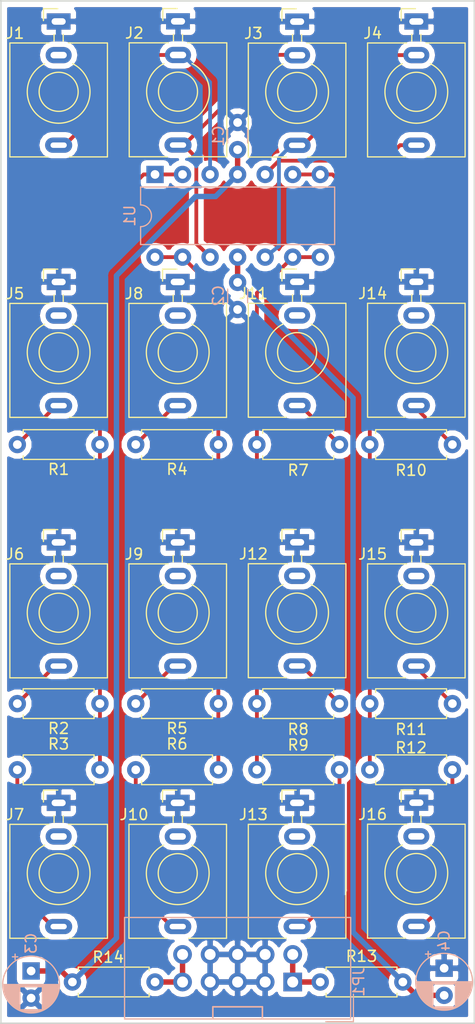
<source format=kicad_pcb>
(kicad_pcb (version 20171130) (host pcbnew "(5.0.2)-1")
  (layers (0 F.Cu signal) (31 B.Cu signal) (34 B.Paste user) (35 F.Paste user) (36 B.SilkS user) (37 F.SilkS user hide) (38 B.Mask user) (39 F.Mask user) (44 Edge.Cuts user))
  (net 0 "")
  (net 1 GND)
  (net 2 "Net-(J1-PadT)")
  (net 3 "Net-(J1-PadTN)")
  (net 4 "Net-(J2-PadT)")
  (net 5 "Net-(J3-PadT)")
  (net 6 "Net-(J4-PadT)")
  (net 7 "Net-(J5-PadTN)")
  (net 8 "Net-(J5-PadT)")
  (net 9 "Net-(J6-PadTN)")
  (net 10 "Net-(J6-PadT)")
  (net 11 "Net-(J7-PadTN)")
  (net 12 "Net-(J7-PadT)")
  (net 13 "Net-(J8-PadT)")
  (net 14 "Net-(J8-PadTN)")
  (net 15 "Net-(J9-PadTN)")
  (net 16 "Net-(J9-PadT)")
  (net 17 "Net-(J10-PadT)")
  (net 18 "Net-(J10-PadTN)")
  (net 19 "Net-(J11-PadTN)")
  (net 20 "Net-(J11-PadT)")
  (net 21 "Net-(J12-PadT)")
  (net 22 "Net-(J12-PadTN)")
  (net 23 "Net-(J13-PadTN)")
  (net 24 "Net-(J13-PadT)")
  (net 25 "Net-(J14-PadT)")
  (net 26 "Net-(J14-PadTN)")
  (net 27 "Net-(J15-PadT)")
  (net 28 "Net-(J15-PadTN)")
  (net 29 "Net-(J16-PadTN)")
  (net 30 "Net-(J16-PadT)")
  (net 31 "Net-(R1-Pad2)")
  (net 32 "Net-(R4-Pad2)")
  (net 33 "Net-(R7-Pad2)")
  (net 34 "Net-(R10-Pad2)")
  (net 35 +12V)
  (net 36 -12V)
  (net 37 "Net-(JP1-Pad1)")
  (net 38 "Net-(JP1-Pad10)")
  (module "Custom Parts:3.5mm_tip_switch_thonkiconn" (layer F.Cu) (at -169.374 -135.278)
    (fp_text reference J1 (at -4.03 1.08 180) (layer F.SilkS))
    (fp_text value IN1)
    (pad TN thru_hole oval (at 0 3.1 180) (size 2.4 1.5) (drill oval 1.5 0.6) (layers *.Cu *.Mask) (net 3 "Net-(J1-PadTN)"))
    (pad S thru_hole rect (at 0 0 180) (size 2.2 1.5) (drill oval 1.3 0.6) (layers *.Cu *.Mask) (net 1 GND))
    (pad T thru_hole oval (at 0 11.4 180) (size 2.5 1.4) (drill oval 1.5 0.5) (layers *.Cu *.Mask) (net 2 "Net-(J1-PadT)"))
  )
  (module Capacitor_THT:C_Disc_D3.0mm_W1.6mm_P2.50mm (layer B.Cu) (at -152.864 -123.467 90)
    (fp_text reference C1 (at 1.25 -1.778 90) (layer B.SilkS) (effects (justify mirror)))
    (fp_text value 0.1uF)
    (pad 1 thru_hole circle (at 0 0 90) (size 1.6 1.6) (drill 0.8) (layers *.Cu *.Mask) (net 35 +12V))
    (pad 2 thru_hole circle (at 2.5 0 90) (size 1.6 1.6) (drill 0.8) (layers *.Cu *.Mask) (net 1 GND))
  )
  (module Capacitor_THT:C_Disc_D3.0mm_W1.6mm_P2.50mm (layer B.Cu) (at -152.864 -108.735 90)
    (fp_text reference C2 (at 1.27 -1.778 90) (layer B.SilkS) (effects (justify mirror)))
    (fp_text value 0.1uF)
    (pad 2 thru_hole circle (at 2.5 0 90) (size 1.6 1.6) (drill 0.8) (layers *.Cu *.Mask) (net 36 -12V))
    (pad 1 thru_hole circle (at 0 0 90) (size 1.6 1.6) (drill 0.8) (layers *.Cu *.Mask) (net 1 GND))
  )
  (module Capacitor_THT:CP_Radial_D5.0mm_P2.50mm (layer B.Cu) (at -171.914 -47.775 270)
    (fp_text reference C3 (at -2.54 0 270) (layer B.SilkS) (effects (justify mirror)))
    (fp_text value 10uF)
    (pad 1 thru_hole rect (at 0 0 270) (size 1.6 1.6) (drill 0.8) (layers *.Cu *.Mask) (net 35 +12V))
    (pad 2 thru_hole circle (at 2.5 0 270) (size 1.6 1.6) (drill 0.8) (layers *.Cu *.Mask) (net 1 GND))
  )
  (module Capacitor_THT:CP_Radial_D5.0mm_P2.50mm (layer B.Cu) (at -133.814 -48.029 270)
    (fp_text reference C4 (at -2.54 0 270) (layer B.SilkS) (effects (justify mirror)))
    (fp_text value 10uF)
    (pad 2 thru_hole circle (at 2.5 0 270) (size 1.6 1.6) (drill 0.8) (layers *.Cu *.Mask) (net 36 -12V))
    (pad 1 thru_hole rect (at 0 0 270) (size 1.6 1.6) (drill 0.8) (layers *.Cu *.Mask) (net 1 GND))
  )
  (module "Custom Parts:3.5mm_tip_switch_thonkiconn" (layer F.Cu) (at -158.3631 -135.2907)
    (fp_text reference J2 (at -4.03 1.08 180) (layer F.SilkS))
    (fp_text value IN2)
    (pad TN thru_hole oval (at 0 3.1 180) (size 2.4 1.5) (drill oval 1.5 0.6) (layers *.Cu *.Mask) (net 2 "Net-(J1-PadT)"))
    (pad S thru_hole rect (at 0 0 180) (size 2.2 1.5) (drill oval 1.3 0.6) (layers *.Cu *.Mask) (net 1 GND))
    (pad T thru_hole oval (at 0 11.4 180) (size 2.5 1.4) (drill oval 1.5 0.5) (layers *.Cu *.Mask) (net 4 "Net-(J2-PadT)"))
  )
  (module "Custom Parts:3.5mm_tip_switch_thonkiconn" (layer F.Cu) (at -147.3776 -135.2653)
    (fp_text reference J3 (at -4.03 1.08 180) (layer F.SilkS))
    (fp_text value IN3)
    (pad TN thru_hole oval (at 0 3.1 180) (size 2.4 1.5) (drill oval 1.5 0.6) (layers *.Cu *.Mask) (net 4 "Net-(J2-PadT)"))
    (pad S thru_hole rect (at 0 0 180) (size 2.2 1.5) (drill oval 1.3 0.6) (layers *.Cu *.Mask) (net 1 GND))
    (pad T thru_hole oval (at 0 11.4 180) (size 2.5 1.4) (drill oval 1.5 0.5) (layers *.Cu *.Mask) (net 5 "Net-(J3-PadT)"))
  )
  (module "Custom Parts:3.5mm_tip_switch_thonkiconn" (layer F.Cu) (at -136.3794 -135.278)
    (fp_text reference J4 (at -4.03 1.08 180) (layer F.SilkS))
    (fp_text value IN4)
    (pad T thru_hole oval (at 0 11.4 180) (size 2.5 1.4) (drill oval 1.5 0.5) (layers *.Cu *.Mask) (net 6 "Net-(J4-PadT)"))
    (pad S thru_hole rect (at 0 0 180) (size 2.2 1.5) (drill oval 1.3 0.6) (layers *.Cu *.Mask) (net 1 GND))
    (pad TN thru_hole oval (at 0 3.1 180) (size 2.4 1.5) (drill oval 1.5 0.6) (layers *.Cu *.Mask) (net 5 "Net-(J3-PadT)"))
  )
  (module "Custom Parts:3.5mm_tip_switch_thonkiconn" (layer F.Cu) (at -169.374 -111.275)
    (fp_text reference J5 (at -4.03 1.08 180) (layer F.SilkS))
    (fp_text value OUT1)
    (pad T thru_hole oval (at 0 11.4 180) (size 2.5 1.4) (drill oval 1.5 0.5) (layers *.Cu *.Mask) (net 8 "Net-(J5-PadT)"))
    (pad S thru_hole rect (at 0 0 180) (size 2.2 1.5) (drill oval 1.3 0.6) (layers *.Cu *.Mask) (net 1 GND))
    (pad TN thru_hole oval (at 0 3.1 180) (size 2.4 1.5) (drill oval 1.5 0.6) (layers *.Cu *.Mask) (net 7 "Net-(J5-PadTN)"))
  )
  (module "Custom Parts:3.5mm_tip_switch_thonkiconn" (layer F.Cu) (at -169.374 -87.272)
    (fp_text reference J6 (at -4.03 1.08 180) (layer F.SilkS))
    (fp_text value OUT2)
    (pad T thru_hole oval (at 0 11.4 180) (size 2.5 1.4) (drill oval 1.5 0.5) (layers *.Cu *.Mask) (net 10 "Net-(J6-PadT)"))
    (pad S thru_hole rect (at 0 0 180) (size 2.2 1.5) (drill oval 1.3 0.6) (layers *.Cu *.Mask) (net 1 GND))
    (pad TN thru_hole oval (at 0 3.1 180) (size 2.4 1.5) (drill oval 1.5 0.6) (layers *.Cu *.Mask) (net 9 "Net-(J6-PadTN)"))
  )
  (module "Custom Parts:3.5mm_tip_switch_thonkiconn" (layer F.Cu) (at -169.374 -63.269)
    (fp_text reference J7 (at -4.03 1.08 180) (layer F.SilkS))
    (fp_text value OUT3)
    (pad T thru_hole oval (at 0 11.4 180) (size 2.5 1.4) (drill oval 1.5 0.5) (layers *.Cu *.Mask) (net 12 "Net-(J7-PadT)"))
    (pad S thru_hole rect (at 0 0 180) (size 2.2 1.5) (drill oval 1.3 0.6) (layers *.Cu *.Mask) (net 1 GND))
    (pad TN thru_hole oval (at 0 3.1 180) (size 2.4 1.5) (drill oval 1.5 0.6) (layers *.Cu *.Mask) (net 11 "Net-(J7-PadTN)"))
  )
  (module "Custom Parts:3.5mm_tip_switch_thonkiconn" (layer F.Cu) (at -158.3885 -111.275)
    (fp_text reference J8 (at -4.03 1.08 180) (layer F.SilkS))
    (fp_text value OUT1)
    (pad TN thru_hole oval (at 0 3.1 180) (size 2.4 1.5) (drill oval 1.5 0.6) (layers *.Cu *.Mask) (net 14 "Net-(J8-PadTN)"))
    (pad S thru_hole rect (at 0 0 180) (size 2.2 1.5) (drill oval 1.3 0.6) (layers *.Cu *.Mask) (net 1 GND))
    (pad T thru_hole oval (at 0 11.4 180) (size 2.5 1.4) (drill oval 1.5 0.5) (layers *.Cu *.Mask) (net 13 "Net-(J8-PadT)"))
  )
  (module "Custom Parts:3.5mm_tip_switch_thonkiconn" (layer F.Cu) (at -158.3885 -87.272)
    (fp_text reference J9 (at -4.03 1.08 180) (layer F.SilkS))
    (fp_text value OUT2)
    (pad T thru_hole oval (at 0 11.4 180) (size 2.5 1.4) (drill oval 1.5 0.5) (layers *.Cu *.Mask) (net 16 "Net-(J9-PadT)"))
    (pad S thru_hole rect (at 0 0 180) (size 2.2 1.5) (drill oval 1.3 0.6) (layers *.Cu *.Mask) (net 1 GND))
    (pad TN thru_hole oval (at 0 3.1 180) (size 2.4 1.5) (drill oval 1.5 0.6) (layers *.Cu *.Mask) (net 15 "Net-(J9-PadTN)"))
  )
  (module "Custom Parts:3.5mm_tip_switch_thonkiconn" (layer F.Cu) (at -158.3885 -63.269)
    (fp_text reference J10 (at -4.03 1.08 180) (layer F.SilkS))
    (fp_text value OUT3)
    (pad TN thru_hole oval (at 0 3.1 180) (size 2.4 1.5) (drill oval 1.5 0.6) (layers *.Cu *.Mask) (net 18 "Net-(J10-PadTN)"))
    (pad S thru_hole rect (at 0 0 180) (size 2.2 1.5) (drill oval 1.3 0.6) (layers *.Cu *.Mask) (net 1 GND))
    (pad T thru_hole oval (at 0 11.4 180) (size 2.5 1.4) (drill oval 1.5 0.5) (layers *.Cu *.Mask) (net 17 "Net-(J10-PadT)"))
  )
  (module "Custom Parts:3.5mm_tip_switch_thonkiconn" (layer F.Cu) (at -147.3776 -111.2877)
    (fp_text reference J11 (at -4.03 1.08 180) (layer F.SilkS))
    (fp_text value OUT1)
    (pad TN thru_hole oval (at 0 3.1 180) (size 2.4 1.5) (drill oval 1.5 0.6) (layers *.Cu *.Mask) (net 19 "Net-(J11-PadTN)"))
    (pad S thru_hole rect (at 0 0 180) (size 2.2 1.5) (drill oval 1.3 0.6) (layers *.Cu *.Mask) (net 1 GND))
    (pad T thru_hole oval (at 0 11.4 180) (size 2.5 1.4) (drill oval 1.5 0.5) (layers *.Cu *.Mask) (net 20 "Net-(J11-PadT)"))
  )
  (module "Custom Parts:3.5mm_tip_switch_thonkiconn" (layer F.Cu) (at -147.3776 -87.2847)
    (fp_text reference J12 (at -4.03 1.08 180) (layer F.SilkS))
    (fp_text value OUT2)
    (pad T thru_hole oval (at 0 11.4 180) (size 2.5 1.4) (drill oval 1.5 0.5) (layers *.Cu *.Mask) (net 21 "Net-(J12-PadT)"))
    (pad S thru_hole rect (at 0 0 180) (size 2.2 1.5) (drill oval 1.3 0.6) (layers *.Cu *.Mask) (net 1 GND))
    (pad TN thru_hole oval (at 0 3.1 180) (size 2.4 1.5) (drill oval 1.5 0.6) (layers *.Cu *.Mask) (net 22 "Net-(J12-PadTN)"))
  )
  (module "Custom Parts:3.5mm_tip_switch_thonkiconn" (layer F.Cu) (at -147.3776 -63.269)
    (fp_text reference J13 (at -4.03 1.08 180) (layer F.SilkS))
    (fp_text value OUT3)
    (pad TN thru_hole oval (at 0 3.1 180) (size 2.4 1.5) (drill oval 1.5 0.6) (layers *.Cu *.Mask) (net 23 "Net-(J13-PadTN)"))
    (pad S thru_hole rect (at 0 0 180) (size 2.2 1.5) (drill oval 1.3 0.6) (layers *.Cu *.Mask) (net 1 GND))
    (pad T thru_hole oval (at 0 11.4 180) (size 2.5 1.4) (drill oval 1.5 0.5) (layers *.Cu *.Mask) (net 24 "Net-(J13-PadT)"))
  )
  (module "Custom Parts:3.5mm_tip_switch_thonkiconn" (layer F.Cu) (at -136.3794 -111.2877)
    (fp_text reference J14 (at -4.03 1.08 180) (layer F.SilkS))
    (fp_text value OUT1)
    (pad T thru_hole oval (at 0 11.4 180) (size 2.5 1.4) (drill oval 1.5 0.5) (layers *.Cu *.Mask) (net 25 "Net-(J14-PadT)"))
    (pad S thru_hole rect (at 0 0 180) (size 2.2 1.5) (drill oval 1.3 0.6) (layers *.Cu *.Mask) (net 1 GND))
    (pad TN thru_hole oval (at 0 3.1 180) (size 2.4 1.5) (drill oval 1.5 0.6) (layers *.Cu *.Mask) (net 26 "Net-(J14-PadTN)"))
  )
  (module "Custom Parts:3.5mm_tip_switch_thonkiconn" (layer F.Cu) (at -136.3794 -87.272)
    (fp_text reference J15 (at -4.03 1.08 180) (layer F.SilkS))
    (fp_text value OUT2)
    (pad T thru_hole oval (at 0 11.4 180) (size 2.5 1.4) (drill oval 1.5 0.5) (layers *.Cu *.Mask) (net 27 "Net-(J15-PadT)"))
    (pad S thru_hole rect (at 0 0 180) (size 2.2 1.5) (drill oval 1.3 0.6) (layers *.Cu *.Mask) (net 1 GND))
    (pad TN thru_hole oval (at 0 3.1 180) (size 2.4 1.5) (drill oval 1.5 0.6) (layers *.Cu *.Mask) (net 28 "Net-(J15-PadTN)"))
  )
  (module "Custom Parts:3.5mm_tip_switch_thonkiconn" (layer F.Cu) (at -136.3794 -63.2817)
    (fp_text reference J16 (at -4.03 1.08 180) (layer F.SilkS))
    (fp_text value OUT3)
    (pad TN thru_hole oval (at 0 3.1 180) (size 2.4 1.5) (drill oval 1.5 0.6) (layers *.Cu *.Mask) (net 29 "Net-(J16-PadTN)"))
    (pad S thru_hole rect (at 0 0 180) (size 2.2 1.5) (drill oval 1.3 0.6) (layers *.Cu *.Mask) (net 1 GND))
    (pad T thru_hole oval (at 0 11.4 180) (size 2.5 1.4) (drill oval 1.5 0.5) (layers *.Cu *.Mask) (net 30 "Net-(J16-PadT)"))
  )
  (module Package_DIP:DIP-14_W7.62mm (layer B.Cu) (at -160.484 -121.181 270)
    (fp_text reference U1 (at 3.81 2.33 270) (layer B.SilkS) (effects (justify mirror)))
    (fp_text value TL074)
    (pad 1 thru_hole rect (at 0 0 270) (size 1.6 1.6) (drill 0.8) (layers *.Cu *.Mask) (net 31 "Net-(R1-Pad2)"))
    (pad 8 thru_hole oval (at 7.62 -15.24 270) (size 1.6 1.6) (drill 0.8) (layers *.Cu *.Mask) (net 33 "Net-(R7-Pad2)"))
    (pad 2 thru_hole oval (at 0 -2.54 270) (size 1.6 1.6) (drill 0.8) (layers *.Cu *.Mask) (net 31 "Net-(R1-Pad2)"))
    (pad 9 thru_hole oval (at 7.62 -12.7 270) (size 1.6 1.6) (drill 0.8) (layers *.Cu *.Mask) (net 33 "Net-(R7-Pad2)"))
    (pad 3 thru_hole oval (at 0 -5.08 270) (size 1.6 1.6) (drill 0.8) (layers *.Cu *.Mask) (net 2 "Net-(J1-PadT)"))
    (pad 10 thru_hole oval (at 7.62 -10.16 270) (size 1.6 1.6) (drill 0.8) (layers *.Cu *.Mask) (net 5 "Net-(J3-PadT)"))
    (pad 4 thru_hole oval (at 0 -7.62 270) (size 1.6 1.6) (drill 0.8) (layers *.Cu *.Mask) (net 35 +12V))
    (pad 11 thru_hole oval (at 7.62 -7.62 270) (size 1.6 1.6) (drill 0.8) (layers *.Cu *.Mask) (net 36 -12V))
    (pad 5 thru_hole oval (at 0 -10.16 270) (size 1.6 1.6) (drill 0.8) (layers *.Cu *.Mask) (net 6 "Net-(J4-PadT)"))
    (pad 12 thru_hole oval (at 7.62 -5.08 270) (size 1.6 1.6) (drill 0.8) (layers *.Cu *.Mask) (net 4 "Net-(J2-PadT)"))
    (pad 6 thru_hole oval (at 0 -12.7 270) (size 1.6 1.6) (drill 0.8) (layers *.Cu *.Mask) (net 34 "Net-(R10-Pad2)"))
    (pad 13 thru_hole oval (at 7.62 -2.54 270) (size 1.6 1.6) (drill 0.8) (layers *.Cu *.Mask) (net 32 "Net-(R4-Pad2)"))
    (pad 7 thru_hole oval (at 0 -15.24 270) (size 1.6 1.6) (drill 0.8) (layers *.Cu *.Mask) (net 34 "Net-(R10-Pad2)"))
    (pad 14 thru_hole oval (at 7.62 0 270) (size 1.6 1.6) (drill 0.8) (layers *.Cu *.Mask) (net 32 "Net-(R4-Pad2)"))
  )
  (module Connector_IDC:IDC-Header_2x05_P2.54mm_Vertical (layer B.Cu) (at -147.784 -46.759 90)
    (fp_text reference JP1 (at 0 6.096 90) (layer B.SilkS) (effects (justify mirror)))
    (fp_text value PWR)
    (pad 1 thru_hole rect (at 0 0 90) (size 1.7272 1.7272) (drill 1.016) (layers *.Cu *.Mask) (net 37 "Net-(JP1-Pad1)"))
    (pad 2 thru_hole oval (at 2.54 0 90) (size 1.7272 1.7272) (drill 1.016) (layers *.Cu *.Mask) (net 37 "Net-(JP1-Pad1)"))
    (pad 3 thru_hole oval (at 0 -2.54 90) (size 1.7272 1.7272) (drill 1.016) (layers *.Cu *.Mask) (net 1 GND))
    (pad 4 thru_hole oval (at 2.54 -2.54 90) (size 1.7272 1.7272) (drill 1.016) (layers *.Cu *.Mask) (net 1 GND))
    (pad 5 thru_hole oval (at 0 -5.08 90) (size 1.7272 1.7272) (drill 1.016) (layers *.Cu *.Mask) (net 1 GND))
    (pad 6 thru_hole oval (at 2.54 -5.08 90) (size 1.7272 1.7272) (drill 1.016) (layers *.Cu *.Mask) (net 1 GND))
    (pad 7 thru_hole oval (at 0 -7.62 90) (size 1.7272 1.7272) (drill 1.016) (layers *.Cu *.Mask) (net 1 GND))
    (pad 8 thru_hole oval (at 2.54 -7.62 90) (size 1.7272 1.7272) (drill 1.016) (layers *.Cu *.Mask) (net 1 GND))
    (pad 9 thru_hole oval (at 0 -10.16 90) (size 1.7272 1.7272) (drill 1.016) (layers *.Cu *.Mask) (net 38 "Net-(JP1-Pad10)"))
    (pad 10 thru_hole oval (at 2.54 -10.16 90) (size 1.7272 1.7272) (drill 1.016) (layers *.Cu *.Mask) (net 38 "Net-(JP1-Pad10)"))
  )
  (module Resistor_THT:R_Axial_DIN0207_L6.3mm_D2.5mm_P7.62mm_Horizontal (layer F.Cu) (at -173.184 -96.289)
    (fp_text reference R1 (at 3.81 2.286) (layer F.SilkS))
    (fp_text value 1k)
    (pad 2 thru_hole oval (at 7.62 0) (size 1.6 1.6) (drill 0.8) (layers *.Cu *.Mask) (net 31 "Net-(R1-Pad2)"))
    (pad 1 thru_hole circle (at 0 0) (size 1.6 1.6) (drill 0.8) (layers *.Cu *.Mask) (net 8 "Net-(J5-PadT)"))
  )
  (module Resistor_THT:R_Axial_DIN0207_L6.3mm_D2.5mm_P7.62mm_Horizontal (layer F.Cu) (at -173.184 -72.413)
    (fp_text reference R2 (at 3.81 2.286) (layer F.SilkS))
    (fp_text value 1k)
    (pad 1 thru_hole circle (at 0 0) (size 1.6 1.6) (drill 0.8) (layers *.Cu *.Mask) (net 10 "Net-(J6-PadT)"))
    (pad 2 thru_hole oval (at 7.62 0) (size 1.6 1.6) (drill 0.8) (layers *.Cu *.Mask) (net 31 "Net-(R1-Pad2)"))
  )
  (module Resistor_THT:R_Axial_DIN0207_L6.3mm_D2.5mm_P7.62mm_Horizontal (layer F.Cu) (at -173.184 -66.317)
    (fp_text reference R3 (at 3.81 -2.37) (layer F.SilkS))
    (fp_text value 1k)
    (pad 2 thru_hole oval (at 7.62 0) (size 1.6 1.6) (drill 0.8) (layers *.Cu *.Mask) (net 31 "Net-(R1-Pad2)"))
    (pad 1 thru_hole circle (at 0 0) (size 1.6 1.6) (drill 0.8) (layers *.Cu *.Mask) (net 12 "Net-(J7-PadT)"))
  )
  (module Resistor_THT:R_Axial_DIN0207_L6.3mm_D2.5mm_P7.62mm_Horizontal (layer F.Cu) (at -162.262 -96.289)
    (fp_text reference R4 (at 3.81 2.286) (layer F.SilkS))
    (fp_text value 1k)
    (pad 2 thru_hole oval (at 7.62 0) (size 1.6 1.6) (drill 0.8) (layers *.Cu *.Mask) (net 32 "Net-(R4-Pad2)"))
    (pad 1 thru_hole circle (at 0 0) (size 1.6 1.6) (drill 0.8) (layers *.Cu *.Mask) (net 13 "Net-(J8-PadT)"))
  )
  (module Resistor_THT:R_Axial_DIN0207_L6.3mm_D2.5mm_P7.62mm_Horizontal (layer F.Cu) (at -162.262 -72.413)
    (fp_text reference R5 (at 3.81 2.286) (layer F.SilkS))
    (fp_text value 1k)
    (pad 1 thru_hole circle (at 0 0) (size 1.6 1.6) (drill 0.8) (layers *.Cu *.Mask) (net 16 "Net-(J9-PadT)"))
    (pad 2 thru_hole oval (at 7.62 0) (size 1.6 1.6) (drill 0.8) (layers *.Cu *.Mask) (net 32 "Net-(R4-Pad2)"))
  )
  (module Resistor_THT:R_Axial_DIN0207_L6.3mm_D2.5mm_P7.62mm_Horizontal (layer F.Cu) (at -162.262 -66.317)
    (fp_text reference R6 (at 3.81 -2.37) (layer F.SilkS))
    (fp_text value 1k)
    (pad 2 thru_hole oval (at 7.62 0) (size 1.6 1.6) (drill 0.8) (layers *.Cu *.Mask) (net 32 "Net-(R4-Pad2)"))
    (pad 1 thru_hole circle (at 0 0) (size 1.6 1.6) (drill 0.8) (layers *.Cu *.Mask) (net 17 "Net-(J10-PadT)"))
  )
  (module Resistor_THT:R_Axial_DIN0207_L6.3mm_D2.5mm_P7.62mm_Horizontal (layer F.Cu) (at -143.466 -96.289 180)
    (fp_text reference R7 (at 3.81 -2.37 180) (layer F.SilkS))
    (fp_text value 1k)
    (pad 1 thru_hole circle (at 0 0 180) (size 1.6 1.6) (drill 0.8) (layers *.Cu *.Mask) (net 20 "Net-(J11-PadT)"))
    (pad 2 thru_hole oval (at 7.62 0 180) (size 1.6 1.6) (drill 0.8) (layers *.Cu *.Mask) (net 33 "Net-(R7-Pad2)"))
  )
  (module Resistor_THT:R_Axial_DIN0207_L6.3mm_D2.5mm_P7.62mm_Horizontal (layer F.Cu) (at -143.466 -72.413 180)
    (fp_text reference R8 (at 3.81 -2.37 180) (layer F.SilkS))
    (fp_text value 1k)
    (pad 2 thru_hole oval (at 7.62 0 180) (size 1.6 1.6) (drill 0.8) (layers *.Cu *.Mask) (net 33 "Net-(R7-Pad2)"))
    (pad 1 thru_hole circle (at 0 0 180) (size 1.6 1.6) (drill 0.8) (layers *.Cu *.Mask) (net 21 "Net-(J12-PadT)"))
  )
  (module Resistor_THT:R_Axial_DIN0207_L6.3mm_D2.5mm_P7.62mm_Horizontal (layer F.Cu) (at -143.466 -66.317 180)
    (fp_text reference R9 (at 3.81 2.286 180) (layer F.SilkS))
    (fp_text value 1k)
    (pad 1 thru_hole circle (at 0 0 180) (size 1.6 1.6) (drill 0.8) (layers *.Cu *.Mask) (net 24 "Net-(J13-PadT)"))
    (pad 2 thru_hole oval (at 7.62 0 180) (size 1.6 1.6) (drill 0.8) (layers *.Cu *.Mask) (net 33 "Net-(R7-Pad2)"))
  )
  (module Resistor_THT:R_Axial_DIN0207_L6.3mm_D2.5mm_P7.62mm_Horizontal (layer F.Cu) (at -133.052 -96.289 180)
    (fp_text reference R10 (at 3.81 -2.37 180) (layer F.SilkS))
    (fp_text value 1k)
    (pad 2 thru_hole oval (at 7.62 0 180) (size 1.6 1.6) (drill 0.8) (layers *.Cu *.Mask) (net 34 "Net-(R10-Pad2)"))
    (pad 1 thru_hole circle (at 0 0 180) (size 1.6 1.6) (drill 0.8) (layers *.Cu *.Mask) (net 25 "Net-(J14-PadT)"))
  )
  (module Resistor_THT:R_Axial_DIN0207_L6.3mm_D2.5mm_P7.62mm_Horizontal (layer F.Cu) (at -133.052 -72.413 180)
    (fp_text reference R11 (at 3.81 -2.37 180) (layer F.SilkS))
    (fp_text value 1k)
    (pad 1 thru_hole circle (at 0 0 180) (size 1.6 1.6) (drill 0.8) (layers *.Cu *.Mask) (net 27 "Net-(J15-PadT)"))
    (pad 2 thru_hole oval (at 7.62 0 180) (size 1.6 1.6) (drill 0.8) (layers *.Cu *.Mask) (net 34 "Net-(R10-Pad2)"))
  )
  (module Resistor_THT:R_Axial_DIN0207_L6.3mm_D2.5mm_P7.62mm_Horizontal (layer F.Cu) (at -133.052 -66.317 180)
    (fp_text reference R12 (at 3.81 2.032 180) (layer F.SilkS))
    (fp_text value 1k)
    (pad 1 thru_hole circle (at 0 0 180) (size 1.6 1.6) (drill 0.8) (layers *.Cu *.Mask) (net 30 "Net-(J16-PadT)"))
    (pad 2 thru_hole oval (at 7.62 0 180) (size 1.6 1.6) (drill 0.8) (layers *.Cu *.Mask) (net 34 "Net-(R10-Pad2)"))
  )
  (module Resistor_THT:R_Axial_DIN0207_L6.3mm_D2.5mm_P7.62mm_Horizontal (layer F.Cu) (at -145.244 -46.759)
    (fp_text reference R13 (at 3.81 -2.37) (layer F.SilkS))
    (fp_text value 10)
    (pad 1 thru_hole circle (at 0 0) (size 1.6 1.6) (drill 0.8) (layers *.Cu *.Mask) (net 37 "Net-(JP1-Pad1)"))
    (pad 2 thru_hole oval (at 7.62 0) (size 1.6 1.6) (drill 0.8) (layers *.Cu *.Mask) (net 36 -12V))
  )
  (module Resistor_THT:R_Axial_DIN0207_L6.3mm_D2.5mm_P7.62mm_Horizontal (layer F.Cu) (at -160.484 -46.759 180)
    (fp_text reference R14 (at 4.318 2.286 180) (layer F.SilkS))
    (fp_text value 10)
    (pad 2 thru_hole oval (at 7.62 0 180) (size 1.6 1.6) (drill 0.8) (layers *.Cu *.Mask) (net 35 +12V))
    (pad 1 thru_hole circle (at 0 0 180) (size 1.6 1.6) (drill 0.8) (layers *.Cu *.Mask) (net 38 "Net-(JP1-Pad10)"))
  )
  (gr_line (start -155.15 -44.473) (end -155.15 -43.457) (layer B.SilkS) (width 0.15))
  (gr_line (start -150.578 -44.473) (end -155.15 -44.473) (layer B.SilkS) (width 0.15))
  (gr_line (start -150.578 -43.457) (end -150.578 -44.473) (layer B.SilkS) (width 0.15))
  (gr_line (start -131.02 -137.183) (end -174.708 -137.183) (layer Edge.Cuts) (width 0.15))
  (gr_line (start -174.708 -137.183) (end -174.708 -42.949) (layer Edge.Cuts) (width 0.15))
  (gr_line (start -131.02 -42.949) (end -174.708 -42.949) (layer Edge.Cuts) (width 0.15))
  (gr_line (start -131.02 -137.183) (end -131.02 -42.949) (layer Edge.Cuts) (width 0.15))
  (segment (start -138.4876 -132.178) (end -146.8276 -123.8653) (width 0.35) (layer F.Cu) (net 5))
  (segment (start -136.3667 -132.178) (end -138.4876 -132.178) (width 0.35) (layer F.Cu) (net 5))
  (segment (start -149.4731 -132.2034) (end -157.8131 -123.8907) (width 0.35) (layer F.Cu) (net 4))
  (segment (start -147.3522 -132.2034) (end -149.4731 -132.2034) (width 0.35) (layer F.Cu) (net 4))
  (segment (start -168.824 -123.878) (end -169.374 -123.878) (width 0.35) (layer F.Cu) (net 2))
  (segment (start -160.484 -132.1907) (end -168.824 -123.878) (width 0.35) (layer F.Cu) (net 2))
  (segment (start -158.3631 -132.1907) (end -160.484 -132.1907) (width 0.35) (layer F.Cu) (net 2))
  (segment (start -157.9131 -132.1907) (end -158.3631 -132.1907) (width 0.35) (layer B.Cu) (net 2))
  (segment (start -155.404 -129.6816) (end -157.9131 -132.1907) (width 0.35) (layer B.Cu) (net 2))
  (segment (start -155.404 -121.181) (end -155.404 -129.6816) (width 0.35) (layer B.Cu) (net 2))
  (segment (start -157.8131 -123.8907) (end -158.3631 -123.8907) (width 0.35) (layer B.Cu) (net 4))
  (segment (start -156.674 -122.705) (end -156.674 -114.7844) (width 0.35) (layer F.Cu) (net 4))
  (segment (start -158.3631 -123.8907) (end -157.8131 -123.8907) (width 0.35) (layer F.Cu) (net 4))
  (segment (start -157.8131 -123.8907) (end -156.674 -122.705) (width 0.35) (layer F.Cu) (net 4))
  (segment (start -156.203999 -114.360999) (end -155.404 -113.561) (width 0.35) (layer F.Cu) (net 4))
  (segment (start -156.674 -114.7844) (end -156.203999 -114.360999) (width 0.35) (layer F.Cu) (net 4))
  (segment (start -150.324 -113.561) (end -149.054 -114.577) (width 0.35) (layer B.Cu) (net 5))
  (segment (start -147.9276 -123.8653) (end -147.3776 -123.8653) (width 0.35) (layer B.Cu) (net 5))
  (segment (start -149.054 -114.577) (end -149.054 -122.705) (width 0.35) (layer B.Cu) (net 5))
  (segment (start -149.054 -122.705) (end -147.9276 -123.8653) (width 0.35) (layer B.Cu) (net 5))
  (segment (start -149.524001 -121.980999) (end -150.324 -121.181) (width 0.35) (layer F.Cu) (net 6))
  (segment (start -139.3064 -122.451) (end -149.054 -122.451) (width 0.35) (layer F.Cu) (net 6))
  (segment (start -149.054 -122.451) (end -149.524001 -121.980999) (width 0.35) (layer F.Cu) (net 6))
  (segment (start -137.8794 -123.878) (end -139.3064 -122.451) (width 0.35) (layer F.Cu) (net 6))
  (segment (start -136.3794 -123.878) (end -137.8794 -123.878) (width 0.35) (layer F.Cu) (net 6))
  (segment (start -169.598 -99.875) (end -169.374 -99.875) (width 0.35) (layer F.Cu) (net 8))
  (segment (start -173.184 -96.289) (end -169.598 -99.875) (width 0.35) (layer F.Cu) (net 8))
  (segment (start -169.725 -75.872) (end -169.374 -75.872) (width 0.35) (layer F.Cu) (net 10))
  (segment (start -173.184 -72.413) (end -169.725 -75.872) (width 0.35) (layer F.Cu) (net 10))
  (segment (start -169.924 -51.869) (end -169.374 -51.869) (width 0.35) (layer F.Cu) (net 12))
  (segment (start -173.184 -55.129) (end -169.924 -51.869) (width 0.35) (layer F.Cu) (net 12))
  (segment (start -173.184 -66.317) (end -173.184 -55.129) (width 0.35) (layer F.Cu) (net 12))
  (segment (start -158.676 -99.875) (end -158.3885 -99.875) (width 0.35) (layer F.Cu) (net 13))
  (segment (start -162.262 -96.289) (end -158.676 -99.875) (width 0.35) (layer F.Cu) (net 13))
  (segment (start -158.803 -75.872) (end -158.3885 -75.872) (width 0.35) (layer F.Cu) (net 16))
  (segment (start -162.262 -72.413) (end -158.803 -75.872) (width 0.35) (layer F.Cu) (net 16))
  (segment (start -158.9385 -51.869) (end -158.3885 -51.869) (width 0.35) (layer F.Cu) (net 17))
  (segment (start -162.262 -55.1925) (end -158.9385 -51.869) (width 0.35) (layer F.Cu) (net 17))
  (segment (start -162.262 -66.317) (end -162.262 -55.1925) (width 0.35) (layer F.Cu) (net 17))
  (segment (start -147.0647 -99.8877) (end -147.3776 -99.8877) (width 0.35) (layer F.Cu) (net 20))
  (segment (start -143.466 -96.289) (end -147.0647 -99.8877) (width 0.35) (layer F.Cu) (net 20))
  (segment (start -146.9377 -75.8847) (end -147.3776 -75.8847) (width 0.35) (layer F.Cu) (net 21))
  (segment (start -143.466 -72.413) (end -146.9377 -75.8847) (width 0.35) (layer F.Cu) (net 21))
  (segment (start -146.8276 -51.869) (end -147.3776 -51.869) (width 0.35) (layer F.Cu) (net 24))
  (segment (start -143.466 -55.2306) (end -146.8276 -51.869) (width 0.35) (layer F.Cu) (net 24))
  (segment (start -143.466 -66.317) (end -143.466 -55.2306) (width 0.35) (layer F.Cu) (net 24))
  (segment (start -136.3794 -99.6164) (end -136.3794 -99.8877) (width 0.35) (layer F.Cu) (net 25))
  (segment (start -133.052 -96.289) (end -136.3794 -99.6164) (width 0.35) (layer F.Cu) (net 25))
  (segment (start -136.3794 -75.7404) (end -136.3794 -75.872) (width 0.35) (layer F.Cu) (net 27))
  (segment (start -133.052 -72.413) (end -136.3794 -75.7404) (width 0.35) (layer F.Cu) (net 27))
  (segment (start -135.8294 -51.8817) (end -136.3794 -51.8817) (width 0.35) (layer F.Cu) (net 30))
  (segment (start -133.052 -54.6591) (end -135.8294 -51.8817) (width 0.35) (layer F.Cu) (net 30))
  (segment (start -133.052 -66.317) (end -133.052 -54.6591) (width 0.35) (layer F.Cu) (net 30))
  (segment (start -165.564 -72.413) (end -165.564 -66.317) (width 0.35) (layer F.Cu) (net 31))
  (segment (start -165.564 -95.15763) (end -165.564 -72.413) (width 0.35) (layer F.Cu) (net 31))
  (segment (start -165.564 -96.289) (end -165.564 -95.15763) (width 0.35) (layer F.Cu) (net 31))
  (segment (start -159.434 -121.181) (end -157.944 -121.181) (width 0.35) (layer F.Cu) (net 31))
  (segment (start -160.484 -121.181) (end -159.434 -121.181) (width 0.35) (layer F.Cu) (net 31))
  (segment (start -161.534 -121.181) (end -165.564 -117.151) (width 0.35) (layer F.Cu) (net 31))
  (segment (start -160.484 -121.181) (end -161.534 -121.181) (width 0.35) (layer F.Cu) (net 31))
  (segment (start -165.564 -117.151) (end -165.564 -97.42037) (width 0.35) (layer F.Cu) (net 31))
  (segment (start -165.564 -97.42037) (end -165.564 -96.289) (width 0.35) (layer F.Cu) (net 31))
  (segment (start -154.642 -71.28163) (end -154.642 -66.317) (width 0.35) (layer F.Cu) (net 32))
  (segment (start -154.642 -72.413) (end -154.642 -71.28163) (width 0.35) (layer F.Cu) (net 32))
  (segment (start -154.642 -73.54437) (end -154.642 -96.289) (width 0.35) (layer F.Cu) (net 32))
  (segment (start -154.642 -72.413) (end -154.642 -73.54437) (width 0.35) (layer F.Cu) (net 32))
  (segment (start -146.65263 -121.181) (end -145.244 -121.181) (width 0.35) (layer F.Cu) (net 34))
  (segment (start -147.784 -121.181) (end -146.65263 -121.181) (width 0.35) (layer F.Cu) (net 34))
  (segment (start -151.086 -72.413) (end -151.086 -66.317) (width 0.35) (layer F.Cu) (net 33))
  (segment (start -151.086 -95.15763) (end -151.086 -72.413) (width 0.35) (layer F.Cu) (net 33))
  (segment (start -151.086 -96.289) (end -151.086 -95.15763) (width 0.35) (layer F.Cu) (net 33))
  (segment (start -146.65263 -113.561) (end -145.244 -113.561) (width 0.35) (layer F.Cu) (net 33))
  (segment (start -147.784 -113.561) (end -146.65263 -113.561) (width 0.35) (layer F.Cu) (net 33))
  (segment (start -140.672 -71.28163) (end -140.672 -66.317) (width 0.35) (layer F.Cu) (net 34))
  (segment (start -140.672 -72.413) (end -140.672 -71.28163) (width 0.35) (layer F.Cu) (net 34))
  (segment (start -140.672 -96.289) (end -140.672 -72.413) (width 0.35) (layer F.Cu) (net 34))
  (segment (start -159.35263 -113.561) (end -157.944 -113.561) (width 0.35) (layer F.Cu) (net 32))
  (segment (start -160.484 -113.561) (end -159.35263 -113.561) (width 0.35) (layer F.Cu) (net 32))
  (segment (start -157.944 -113.561) (end -154.642 -110.259) (width 0.35) (layer F.Cu) (net 32))
  (segment (start -154.642 -110.259) (end -154.642 -96.289) (width 0.35) (layer F.Cu) (net 32))
  (segment (start -151.086 -110.259) (end -151.086 -96.289) (width 0.35) (layer F.Cu) (net 33))
  (segment (start -147.784 -113.561) (end -151.086 -110.259) (width 0.35) (layer F.Cu) (net 33))
  (segment (start -140.672 -97.42037) (end -140.672 -96.289) (width 0.35) (layer F.Cu) (net 34))
  (segment (start -140.672 -117.74037) (end -140.672 -97.42037) (width 0.35) (layer F.Cu) (net 34))
  (segment (start -144.11263 -121.181) (end -140.672 -117.74037) (width 0.35) (layer F.Cu) (net 34))
  (segment (start -145.244 -121.181) (end -144.11263 -121.181) (width 0.35) (layer F.Cu) (net 34))
  (segment (start -169.12 -47.775) (end -168.104 -46.759) (width 0.5) (layer F.Cu) (net 35))
  (segment (start -171.914 -47.775) (end -169.12 -47.775) (width 0.5) (layer F.Cu) (net 35))
  (segment (start -152.864 -123.467) (end -152.864 -121.181) (width 0.5) (layer F.Cu) (net 35))
  (segment (start -168.104 -46.759) (end -164.04 -50.823) (width 0.5) (layer B.Cu) (net 35))
  (segment (start -164.04 -111.855002) (end -156.746002 -119.149) (width 0.5) (layer B.Cu) (net 35))
  (segment (start -164.04 -50.823) (end -164.04 -111.855002) (width 0.5) (layer B.Cu) (net 35))
  (segment (start -154.896 -119.149) (end -152.864 -121.181) (width 0.5) (layer B.Cu) (net 35))
  (segment (start -156.746002 -119.149) (end -154.896 -119.149) (width 0.5) (layer B.Cu) (net 35))
  (segment (start -136.394 -45.529) (end -133.814 -45.529) (width 0.5) (layer F.Cu) (net 36))
  (segment (start -137.624 -46.759) (end -136.394 -45.529) (width 0.5) (layer F.Cu) (net 36))
  (segment (start -152.864 -111.235) (end -152.864 -113.561) (width 0.5) (layer F.Cu) (net 36))
  (segment (start -152.064001 -110.435001) (end -152.864 -111.235) (width 0.5) (layer B.Cu) (net 36))
  (segment (start -142.215999 -100.586999) (end -152.064001 -110.435001) (width 0.5) (layer B.Cu) (net 36))
  (segment (start -142.215999 -51.350999) (end -142.215999 -100.586999) (width 0.5) (layer B.Cu) (net 36))
  (segment (start -137.624 -46.759) (end -142.215999 -51.350999) (width 0.5) (layer B.Cu) (net 36))
  (segment (start -145.244 -46.759) (end -147.784 -46.759) (width 0.5) (layer F.Cu) (net 37))
  (segment (start -147.784 -49.299) (end -147.784 -46.759) (width 0.5) (layer F.Cu) (net 37))
  (segment (start -157.944 -49.299) (end -157.944 -46.759) (width 0.5) (layer F.Cu) (net 38))
  (segment (start -160.484 -46.759) (end -157.944 -46.759) (width 0.5) (layer F.Cu) (net 38))
  (zone (net 1) (net_name GND) (layer F.Cu) (connect_pads (clearance 0.508)) (min_thickness 0.254) (fill yes (arc_segments 16) (thermal_gap 0.508) (thermal_bridge_width 0.508))
    (polygon (pts (xy -174.2 -43.457) (xy -131.528 -43.457) (xy -131.528 -136.675) (xy -174.2 -136.675)))
  )
  (zone (net 1) (net_name GND) (layer B.Cu) (connect_pads (clearance 0.508)) (min_thickness 0.254) (fill yes (arc_segments 16) (thermal_gap 0.508) (thermal_bridge_width 0.508))
    (polygon (pts (xy -174.2 -43.457) (xy -131.528 -43.457) (xy -131.528 -136.675) (xy -174.2 -136.675)))
  )
)
</source>
